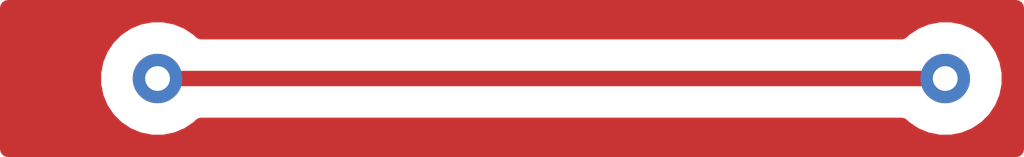
<source format=kicad_pcb>
(kicad_pcb (version 20171130) (host pcbnew "(5.1.5)-3")

  (general
    (thickness 1.6)
    (drawings 0)
    (tracks 4)
    (zones 0)
    (modules 0)
    (nets 1)
  )

  (page A4)
  (layers
    (0 F.Cu signal)
    (31 B.Cu signal)
    (33 F.Adhes user)
    (35 F.Paste user)
    (37 F.SilkS user)
    (38 B.Mask user)
    (39 F.Mask user)
    (40 Dwgs.User user)
    (41 Cmts.User user)
    (42 Eco1.User user)
    (43 Eco2.User user)
    (44 Edge.Cuts user)
    (45 Margin user)
    (46 B.CrtYd user)
    (47 F.CrtYd user)
    (49 F.Fab user)
  )

  (setup
    (last_trace_width 0.25)
    (trace_clearance 0.2)
    (zone_clearance 0.508)
    (zone_45_only no)
    (trace_min 0.2)
    (via_size 0.8)
    (via_drill 0.4)
    (via_min_size 0.4)
    (via_min_drill 0.3)
    (uvia_size 0.3)
    (uvia_drill 0.1)
    (uvias_allowed no)
    (uvia_min_size 0.2)
    (uvia_min_drill 0.1)
    (edge_width 0.05)
    (segment_width 0.2)
    (pcb_text_width 0.3)
    (pcb_text_size 1.5 1.5)
    (mod_edge_width 0.12)
    (mod_text_size 1 1)
    (mod_text_width 0.15)
    (pad_size 1.524 1.524)
    (pad_drill 0.762)
    (pad_to_mask_clearance 0.051)
    (solder_mask_min_width 0.25)
    (aux_axis_origin 0 0)
    (grid_origin 24.13 26.67)
    (visible_elements FFFFFF7F)
    (pcbplotparams
      (layerselection 0x010e8_ffffffff)
      (usegerberextensions false)
      (usegerberattributes false)
      (usegerberadvancedattributes false)
      (creategerberjobfile false)
      (excludeedgelayer true)
      (linewidth 0.100000)
      (plotframeref false)
      (viasonmask false)
      (mode 1)
      (useauxorigin false)
      (hpglpennumber 1)
      (hpglpenspeed 20)
      (hpglpendiameter 15.000000)
      (psnegative false)
      (psa4output false)
      (plotreference true)
      (plotvalue true)
      (plotinvisibletext false)
      (padsonsilk false)
      (subtractmaskfromsilk false)
      (outputformat 1)
      (mirror false)
      (drillshape 0)
      (scaleselection 1)
      (outputdirectory ""))
  )

  (net 0 "")

  (net_class Default "This is the default net class."
    (clearance 0.2)
    (trace_width 0.25)
    (via_dia 0.8)
    (via_drill 0.4)
    (uvia_dia 0.3)
    (uvia_drill 0.1)
  )

  (segment (start 26.67 26.67) (end 26.67 26.67) (width 0.25) (layer F.Cu) (net 0))
  (segment (start 26.67 26.67) (end 39.37 26.67) (width 0.25) (layer F.Cu) (net 0) (tstamp 5FEDEA9A))
  (via (at 26.67 26.67) (size 0.8) (drill 0.4) (layers F.Cu B.Cu) (net 0))
  (via (at 39.37 26.67) (size 0.8) (drill 0.4) (layers F.Cu B.Cu) (net 0) (tstamp 5FEDEB32))

  (zone (net 0) (net_name "") (layer F.Cu) (tstamp 0) (hatch edge 0.508)
    (connect_pads (clearance 0.508))
    (min_thickness 0.254)
    (fill yes (arc_segments 32) (thermal_gap 0.508) (thermal_bridge_width 0.508))
    (polygon
      (pts
        (xy 40.64 27.94) (xy 24.13 27.94) (xy 24.13 25.4) (xy 40.64 25.4)
      )
    )
    (filled_polygon
      (pts
        (xy 40.513 27.813) (xy 24.257 27.813) (xy 24.257 26.568061) (xy 25.635 26.568061) (xy 25.635 26.771939)
        (xy 25.674774 26.971898) (xy 25.752795 27.160256) (xy 25.866063 27.329774) (xy 26.010226 27.473937) (xy 26.179744 27.587205)
        (xy 26.368102 27.665226) (xy 26.568061 27.705) (xy 26.771939 27.705) (xy 26.971898 27.665226) (xy 27.160256 27.587205)
        (xy 27.329774 27.473937) (xy 27.373711 27.43) (xy 38.666289 27.43) (xy 38.710226 27.473937) (xy 38.879744 27.587205)
        (xy 39.068102 27.665226) (xy 39.268061 27.705) (xy 39.471939 27.705) (xy 39.671898 27.665226) (xy 39.860256 27.587205)
        (xy 40.029774 27.473937) (xy 40.173937 27.329774) (xy 40.287205 27.160256) (xy 40.365226 26.971898) (xy 40.405 26.771939)
        (xy 40.405 26.568061) (xy 40.365226 26.368102) (xy 40.287205 26.179744) (xy 40.173937 26.010226) (xy 40.029774 25.866063)
        (xy 39.860256 25.752795) (xy 39.671898 25.674774) (xy 39.471939 25.635) (xy 39.268061 25.635) (xy 39.068102 25.674774)
        (xy 38.879744 25.752795) (xy 38.710226 25.866063) (xy 38.666289 25.91) (xy 27.373711 25.91) (xy 27.329774 25.866063)
        (xy 27.160256 25.752795) (xy 26.971898 25.674774) (xy 26.771939 25.635) (xy 26.568061 25.635) (xy 26.368102 25.674774)
        (xy 26.179744 25.752795) (xy 26.010226 25.866063) (xy 25.866063 26.010226) (xy 25.752795 26.179744) (xy 25.674774 26.368102)
        (xy 25.635 26.568061) (xy 24.257 26.568061) (xy 24.257 25.527) (xy 40.513 25.527)
      )
    )
  )
)

</source>
